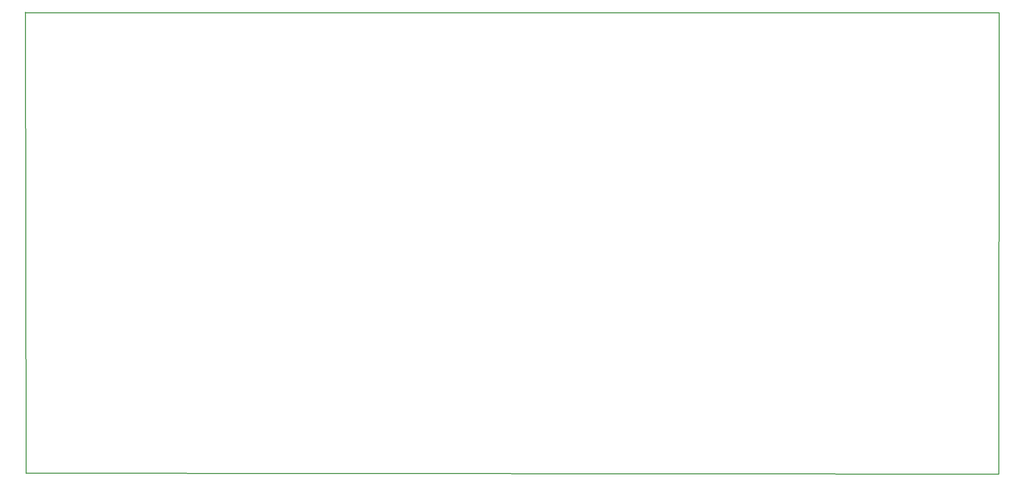
<source format=gko>
G04 Layer: BoardOutline*
G04 EasyEDA v6.4.5, 2020-09-13T21:27:01+03:00*
G04 63316e0368094ceea4197b1f53c500b6,10*
G04 Gerber Generator version 0.2*
G04 Scale: 100 percent, Rotated: No, Reflected: No *
G04 Dimensions in millimeters *
G04 leading zeros omitted , absolute positions ,3 integer and 3 decimal *
%FSLAX33Y33*%
%MOMM*%
G90*
G71D02*

%ADD10C,0.254000*%
G54D10*
G01X254127Y120269D02*
G01X254000Y0D01*
G01X254Y254D01*
G01X254Y127D02*
G01X127Y120523D01*
G01X0Y120396D02*
G01X254127Y120396D01*

%LPD*%
M00*
M02*

</source>
